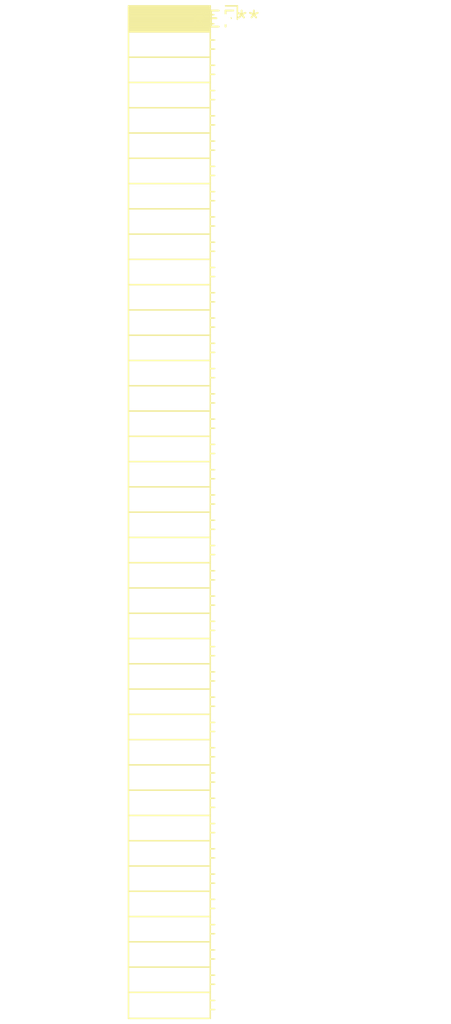
<source format=kicad_pcb>
(kicad_pcb (version 20240108) (generator pcbnew)
  (layers (0 "F.Cu" signal) (31 "B.Cu" signal) (34 "B.Paste" user) (35 "F.Paste" user) (36 "B.SilkS" user "B.Silkscreen") (37 "F.SilkS" user "F.Silkscreen") (38 "B.Mask" user) (39 "F.Mask" user) (44 "Edge.Cuts" user))
  (net 0 "")
  (footprint "PinSocket_1x40_P2.00mm_Horizontal" (layer "F.Cu") (at 0 0)
    (property "Reference" "REF**")
    (property "Value" "PinSocket_1x40_P2.00mm_Horizontal")
    (fp_line (start -7.68 -1.06) (end -7.68 79.06) (layer "F.SilkS") (stroke (width 0.12)))
    (fp_line (start -7.68 -1.06) (end -1.21 -1.06) (layer "F.SilkS") (stroke (width 0.12)))
    (fp_line (start -7.68 -0.94) (end -1.21 -0.94) (layer "F.SilkS") (stroke (width 0.12)))
    (fp_line (start -7.68 -0.825882) (end -1.21 -0.825882) (layer "F.SilkS") (stroke (width 0.12)))
    (fp_line (start -7.68 -0.711764) (end -1.21 -0.711764) (layer "F.SilkS") (stroke (width 0.12)))
    (fp_line (start -7.68 -0.597646) (end -1.21 -0.597646) (layer "F.SilkS") (stroke (width 0.12)))
    (fp_line (start -7.68 -0.483528) (end -1.21 -0.483528) (layer "F.SilkS") (stroke (width 0.12)))
    (fp_line (start -7.68 -0.36941) (end -1.21 -0.36941) (layer "F.SilkS") (stroke (width 0.12)))
    (fp_line (start -7.68 -0.255292) (end -1.21 -0.255292) (layer "F.SilkS") (stroke (width 0.12)))
    (fp_line (start -7.68 -0.141174) (end -1.21 -0.141174) (layer "F.SilkS") (stroke (width 0.12)))
    (fp_line (start -7.68 -0.027056) (end -1.21 -0.027056) (layer "F.SilkS") (stroke (width 0.12)))
    (fp_line (start -7.68 0.087062) (end -1.21 0.087062) (layer "F.SilkS") (stroke (width 0.12)))
    (fp_line (start -7.68 0.20118) (end -1.21 0.20118) (layer "F.SilkS") (stroke (width 0.12)))
    (fp_line (start -7.68 0.315298) (end -1.21 0.315298) (layer "F.SilkS") (stroke (width 0.12)))
    (fp_line (start -7.68 0.429416) (end -1.21 0.429416) (layer "F.SilkS") (stroke (width 0.12)))
    (fp_line (start -7.68 0.543534) (end -1.21 0.543534) (layer "F.SilkS") (stroke (width 0.12)))
    (fp_line (start -7.68 0.657652) (end -1.21 0.657652) (layer "F.SilkS") (stroke (width 0.12)))
    (fp_line (start -7.68 0.77177) (end -1.21 0.77177) (layer "F.SilkS") (stroke (width 0.12)))
    (fp_line (start -7.68 0.885888) (end -1.21 0.885888) (layer "F.SilkS") (stroke (width 0.12)))
    (fp_line (start -7.68 1) (end -1.21 1) (layer "F.SilkS") (stroke (width 0.12)))
    (fp_line (start -7.68 3) (end -1.21 3) (layer "F.SilkS") (stroke (width 0.12)))
    (fp_line (start -7.68 5) (end -1.21 5) (layer "F.SilkS") (stroke (width 0.12)))
    (fp_line (start -7.68 7) (end -1.21 7) (layer "F.SilkS") (stroke (width 0.12)))
    (fp_line (start -7.68 9) (end -1.21 9) (layer "F.SilkS") (stroke (width 0.12)))
    (fp_line (start -7.68 11) (end -1.21 11) (layer "F.SilkS") (stroke (width 0.12)))
    (fp_line (start -7.68 13) (end -1.21 13) (layer "F.SilkS") (stroke (width 0.12)))
    (fp_line (start -7.68 15) (end -1.21 15) (layer "F.SilkS") (stroke (width 0.12)))
    (fp_line (start -7.68 17) (end -1.21 17) (layer "F.SilkS") (stroke (width 0.12)))
    (fp_line (start -7.68 19) (end -1.21 19) (layer "F.SilkS") (stroke (width 0.12)))
    (fp_line (start -7.68 21) (end -1.21 21) (layer "F.SilkS") (stroke (width 0.12)))
    (fp_line (start -7.68 23) (end -1.21 23) (layer "F.SilkS") (stroke (width 0.12)))
    (fp_line (start -7.68 25) (end -1.21 25) (layer "F.SilkS") (stroke (width 0.12)))
    (fp_line (start -7.68 27) (end -1.21 27) (layer "F.SilkS") (stroke (width 0.12)))
    (fp_line (start -7.68 29) (end -1.21 29) (layer "F.SilkS") (stroke (width 0.12)))
    (fp_line (start -7.68 31) (end -1.21 31) (layer "F.SilkS") (stroke (width 0.12)))
    (fp_line (start -7.68 33) (end -1.21 33) (layer "F.SilkS") (stroke (width 0.12)))
    (fp_line (start -7.68 35) (end -1.21 35) (layer "F.SilkS") (stroke (width 0.12)))
    (fp_line (start -7.68 37) (end -1.21 37) (layer "F.SilkS") (stroke (width 0.12)))
    (fp_line (start -7.68 39) (end -1.21 39) (layer "F.SilkS") (stroke (width 0.12)))
    (fp_line (start -7.68 41) (end -1.21 41) (layer "F.SilkS") (stroke (width 0.12)))
    (fp_line (start -7.68 43) (end -1.21 43) (layer "F.SilkS") (stroke (width 0.12)))
    (fp_line (start -7.68 45) (end -1.21 45) (layer "F.SilkS") (stroke (width 0.12)))
    (fp_line (start -7.68 47) (end -1.21 47) (layer "F.SilkS") (stroke (width 0.12)))
    (fp_line (start -7.68 49) (end -1.21 49) (layer "F.SilkS") (stroke (width 0.12)))
    (fp_line (start -7.68 51) (end -1.21 51) (layer "F.SilkS") (stroke (width 0.12)))
    (fp_line (start -7.68 53) (end -1.21 53) (layer "F.SilkS") (stroke (width 0.12)))
    (fp_line (start -7.68 55) (end -1.21 55) (layer "F.SilkS") (stroke (width 0.12)))
    (fp_line (start -7.68 57) (end -1.21 57) (layer "F.SilkS") (stroke (width 0.12)))
    (fp_line (start -7.68 59) (end -1.21 59) (layer "F.SilkS") (stroke (width 0.12)))
    (fp_line (start -7.68 61) (end -1.21 61) (layer "F.SilkS") (stroke (width 0.12)))
    (fp_line (start -7.68 63) (end -1.21 63) (layer "F.SilkS") (stroke (width 0.12)))
    (fp_line (start -7.68 65) (end -1.21 65) (layer "F.SilkS") (stroke (width 0.12)))
    (fp_line (start -7.68 67) (end -1.21 67) (layer "F.SilkS") (stroke (width 0.12)))
    (fp_line (start -7.68 69) (end -1.21 69) (layer "F.SilkS") (stroke (width 0.12)))
    (fp_line (start -7.68 71) (end -1.21 71) (layer "F.SilkS") (stroke (width 0.12)))
    (fp_line (start -7.68 73) (end -1.21 73) (layer "F.SilkS") (stroke (width 0.12)))
    (fp_line (start -7.68 75) (end -1.21 75) (layer "F.SilkS") (stroke (width 0.12)))
    (fp_line (start -7.68 77) (end -1.21 77) (layer "F.SilkS") (stroke (width 0.12)))
    (fp_line (start -7.68 79.06) (end -1.21 79.06) (layer "F.SilkS") (stroke (width 0.12)))
    (fp_line (start -1.21 -1.06) (end -1.21 79.06) (layer "F.SilkS") (stroke (width 0.12)))
    (fp_line (start -1.21 -0.36) (end -0.935 -0.36) (layer "F.SilkS") (stroke (width 0.12)))
    (fp_line (start -1.21 0.36) (end -0.935 0.36) (layer "F.SilkS") (stroke (width 0.12)))
    (fp_line (start -1.21 1.64) (end -0.862917 1.64) (layer "F.SilkS") (stroke (width 0.12)))
    (fp_line (start -1.21 2.36) (end -0.862917 2.36) (layer "F.SilkS") (stroke (width 0.12)))
    (fp_line (start -1.21 3.64) (end -0.862917 3.64) (layer "F.SilkS") (stroke (width 0.12)))
    (fp_line (start -1.21 4.36) (end -0.862917 4.36) (layer "F.SilkS") (stroke (width 0.12)))
    (fp_line (start -1.21 5.64) (end -0.862917 5.64) (layer "F.SilkS") (stroke (width 0.12)))
    (fp_line (start -1.21 6.36) (end -0.862917 6.36) (layer "F.SilkS") (stroke (width 0.12)))
    (fp_line (start -1.21 7.64) (end -0.862917 7.64) (layer "F.SilkS") (stroke (width 0.12)))
    (fp_line (start -1.21 8.36) (end -0.862917 8.36) (layer "F.SilkS") (stroke (width 0.12)))
    (fp_line (start -1.21 9.64) (end -0.862917 9.64) (layer "F.SilkS") (stroke (width 0.12)))
    (fp_line (start -1.21 10.36) (end -0.862917 10.36) (layer "F.SilkS") (stroke (width 0.12)))
    (fp_line (start -1.21 11.64) (end -0.862917 11.64) (layer "F.SilkS") (stroke (width 0.12)))
    (fp_line (start -1.21 12.36) (end -0.862917 12.36) (layer "F.SilkS") (stroke (width 0.12)))
    (fp_line (start -1.21 13.64) (end -0.862917 13.64) (layer "F.SilkS") (stroke (width 0.12)))
    (fp_line (start -1.21 14.36) (end -0.862917 14.36) (layer "F.SilkS") (stroke (width 0.12)))
    (fp_line (start -1.21 15.64) (end -0.862917 15.64) (layer "F.SilkS") (stroke (width 0.12)))
    (fp_line (start -1.21 16.36) (end -0.862917 16.36) (layer "F.SilkS") (stroke (width 0.12)))
    (fp_line (start -1.21 17.64) (end -0.862917 17.64) (layer "F.SilkS") (stroke (width 0.12)))
    (fp_line (start -1.21 18.36) (end -0.862917 18.36) (layer "F.SilkS") (stroke (width 0.12)))
    (fp_line (start -1.21 19.64) (end -0.862917 19.64) (layer "F.SilkS") (stroke (width 0.12)))
    (fp_line (start -1.21 20.36) (end -0.862917 20.36) (layer "F.SilkS") (stroke (width 0.12)))
    (fp_line (start -1.21 21.64) (end -0.862917 21.64) (layer "F.SilkS") (stroke (width 0.12)))
    (fp_line (start -1.21 22.36) (end -0.862917 22.36) (layer "F.SilkS") (stroke (width 0.12)))
    (fp_line (start -1.21 23.64) (end -0.862917 23.64) (layer "F.SilkS") (stroke (width 0.12)))
    (fp_line (start -1.21 24.36) (end -0.862917 24.36) (layer "F.SilkS") (stroke (width 0.12)))
    (fp_line (start -1.21 25.64) (end -0.862917 25.64) (layer "F.SilkS") (stroke (width 0.12)))
    (fp_line (start -1.21 26.36) (end -0.862917 26.36) (layer "F.SilkS") (stroke (width 0.12)))
    (fp_line (start -1.21 27.64) (end -0.862917 27.64) (layer "F.SilkS") (stroke (width 0.12)))
    (fp_line (start -1.21 28.36) (end -0.862917 28.36) (layer "F.SilkS") (stroke (width 0.12)))
    (fp_line (start -1.21 29.64) (end -0.862917 29.64) (layer "F.SilkS") (stroke (width 0.12)))
    (fp_line (start -1.21 30.36) (end -0.862917 30.36) (layer "F.SilkS") (stroke (width 0.12)))
    (fp_line (start -1.21 31.64) (end -0.862917 31.64) (layer "F.SilkS") (stroke (width 0.12)))
    (fp_line (start -1.21 32.36) (end -0.862917 32.36) (layer "F.SilkS") (stroke (width 0.12)))
    (fp_line (start -1.21 33.64) (end -0.862917 33.64) (layer "F.SilkS") (stroke (width 0.12)))
    (fp_line (start -1.21 34.36) (end -0.862917 34.36) (layer "F.SilkS") (stroke (width 0.12)))
    (fp_line (start -1.21 35.64) (end -0.862917 35.64) (layer "F.SilkS") (stroke (width 0.12)))
    (fp_line (start -1.21 36.36) (end -0.862917 36.36) (layer "F.SilkS") (stroke (width 0.12)))
    (fp_line (start -1.21 37.64) (end -0.862917 37.64) (layer "F.SilkS") (stroke (width 0.12)))
    (fp_line (start -1.21 38.36) (end -0.862917 38.36) (layer "F.SilkS") (stroke (width 0.12)))
    (fp_line (start -1.21 39.64) (end -0.862917 39.64) (layer "F.SilkS") (stroke (width 0.12)))
    (fp_line (start -1.21 40.36) (end -0.862917 40.36) (layer "F.SilkS") (stroke (width 0.12)))
    (fp_line (start -1.21 41.64) (end -0.862917 41.64) (layer "F.SilkS") (stroke (width 0.12)))
    (fp_line (start -1.21 42.36) (end -0.862917 42.36) (layer "F.SilkS") (stroke (width 0.12)))
    (fp_line (start -1.21 43.64) (end -0.862917 43.64) (layer "F.SilkS") (stroke (width 0.12)))
    (fp_line (start -1.21 44.36) (end -0.862917 44.36) (layer "F.SilkS") (stroke (width 0.12)))
    (fp_line (start -1.21 45.64) (end -0.862917 45.64) (layer "F.SilkS") (stroke (width 0.12)))
    (fp_line (start -1.21 46.36) (end -0.862917 46.36) (layer "F.SilkS") (stroke (width 0.12)))
    (fp_line (start -1.21 47.64) (end -0.862917 47.64) (layer "F.SilkS") (stroke (width 0.12)))
    (fp_line (start -1.21 48.36) (end -0.862917 48.36) (layer "F.SilkS") (stroke (width 0.12)))
    (fp_line (start -1.21 49.64) (end -0.862917 49.64) (layer "F.SilkS") (stroke (width 0.12)))
    (fp_line (start -1.21 50.36) (end -0.862917 50.36) (layer "F.SilkS") (stroke (width 0.12)))
    (fp_line (start -1.21 51.64) (end -0.862917 51.64) (layer "F.SilkS") (stroke (width 0.12)))
    (fp_line (start -1.21 52.36) (end -0.862917 52.36) (layer "F.SilkS") (stroke (width 0.12)))
    (fp_line (start -1.21 53.64) (end -0.862917 53.64) (layer "F.SilkS") (stroke (width 0.12)))
    (fp_line (start -1.21 54.36) (end -0.862917 54.36) (layer "F.SilkS") (stroke (width 0.12)))
    (fp_line (start -1.21 55.64) (end -0.862917 55.64) (layer "F.SilkS") (stroke (width 0.12)))
    (fp_line (start -1.21 56.36) (end -0.862917 56.36) (layer "F.SilkS") (stroke (width 0.12)))
    (fp_line (start -1.21 57.64) (end -0.862917 57.64) (layer "F.SilkS") (stroke (width 0.12)))
    (fp_line (start -1.21 58.36) (end -0.862917 58.36) (layer "F.SilkS") (stroke (width 0.12)))
    (fp_line (start -1.21 59.64) (end -0.862917 59.64) (layer "F.SilkS") (stroke (width 0.12)))
    (fp_line (start -1.21 60.36) (end -0.862917 60.36) (layer "F.SilkS") (stroke (width 0.12)))
    (fp_line (start -1.21 61.64) (end -0.862917 61.64) (layer "F.SilkS") (stroke (width 0.12)))
    (fp_line (start -1.21 62.36) (end -0.862917 62.36) (layer "F.SilkS") (stroke (width 0.12)))
    (fp_line (start -1.21 63.64) (end -0.862917 63.64) (layer "F.SilkS") (stroke (width 0.12)))
    (fp_line (start -1.21 64.36) (end -0.862917 64.36) (layer "F.SilkS") (stroke (width 0.12)))
    (fp_line (start -1.21 65.64) (end -0.862917 65.64) (layer "F.SilkS") (stroke (width 0.12)))
    (fp_line (start -1.21 66.36) (end -0.862917 66.36) (layer "F.SilkS") (stroke (width 0.12)))
    (fp_line (start -1.21 67.64) (end -0.862917 67.64) (layer "F.SilkS") (stroke (width 0.12)))
    (fp_line (start -1.21 68.36) (end -0.862917 68.36) (layer "F.SilkS") (stroke (width 0.12)))
    (fp_line (start -1.21 69.64) (end -0.862917 69.64) (layer "F.SilkS") (stroke (width 0.12)))
    (fp_line (start -1.21 70.36) (end -0.862917 70.36) (layer "F.SilkS") (stroke (width 0.12)))
    (fp_line (start -1.21 71.64) (end -0.862917 71.64) (layer "F.SilkS") (stroke (width 0.12)))
    (fp_line (start -1.21 72.36) (end -0.862917 72.36) (layer "F.SilkS") (stroke (width 0.12)))
    (fp_line (start -1.21 73.64) (end -0.862917 73.64) (layer "F.SilkS") (stroke (width 0.12)))
    (fp_line (start -1.21 74.36) (end -0.862917 74.36) (layer "F.SilkS") (stroke (width 0.12)))
    (fp_line (start -1.21 75.64) (end -0.862917 75.64) (layer "F.SilkS") (stroke (width 0.12)))
    (fp_line (start -1.21 76.36) (end -0.862917 76.36) (layer "F.SilkS") (stroke (width 0.12)))
    (fp_line (start -1.21 77.64) (end -0.862917 77.64) (layer "F.SilkS") (stroke (width 0.12)))
    (fp_line (start -1.21 78.36) (end -0.862917 78.36) (layer "F.SilkS") (stroke (width 0.12)))
    (fp_line (start 0 -1.06) (end 0.935 -1.06) (layer "F.SilkS") (stroke (width 0.12)))
    (fp_line (start 0.935 -1.06) (end 0.935 0) (layer "F.SilkS") (stroke (width 0.12)))
    (pad "1" thru_hole rect (at 0 0) (size 1.35 1.35) (drill 0.8) (layers *.Cu *.Mask) (remove_unused_layers))
    (pad "2" thru_hole oval (at 0 2) (size 1.35 1.35) (drill 0.8) (layers *.Cu *.Mask) (remove_unused_layers))
    (pad "3" thru_hole oval (at 0 4) (size 1.35 1.35) (drill 0.8) (layers *.Cu *.Mask) (remove_unused_layers))
    (pad "4" thru_hole oval (at 0 6) (size 1.35 1.35) (drill 0.8) (layers *.Cu *.Mask) (remove_unused_layers))
    (pad "5" thru_hole oval (at 0 8) (size 1.35 1.35) (drill 0.8) (layers *.Cu *.Mask) (remove_unused_layers))
    (pad "6" thru_hole oval (at 0 10) (size 1.35 1.35) (drill 0.8) (layers *.Cu *.Mask) (remove_unused_layers))
    (pad "7" thru_hole oval (at 0 12) (size 1.35 1.35) (drill 0.8) (layers *.Cu *.Mask) (remove_unused_layers))
    (pad "8" thru_hole oval (at 0 14) (size 1.35 1.35) (drill 0.8) (layers *.Cu *.Mask) (remove_unused_layers))
    (pad "9" thru_hole oval (at 0 16) (size 1.35 1.35) (drill 0.8) (layers *.Cu *.Mask) (remove_unused_layers))
    (pad "10" thru_hole oval (at 0 18) (size 1.35 1.35) (drill 0.8) (layers *.Cu *.Mask) (remove_unused_layers))
    (pad "11" thru_hole oval (at 0 20) (size 1.35 1.35) (drill 0.8) (layers *.Cu *.Mask) (remove_unused_layers))
    (pad "12" thru_hole oval (at 0 22) (size 1.35 1.35) (drill 0.8) (layers *.Cu *.Mask) (remove_unused_layers))
    (pad "13" thru_hole oval (at 0 24) (size 1.35 1.35) (drill 0.8) (layers *.Cu *.Mask) (remove_unused_layers))
    (pad "14" thru_hole oval (at 0 26) (size 1.35 1.35) (drill 0.8) (layers *.Cu *.Mask) (remove_unused_layers))
    (pad "15" thru_hole oval (at 0 28) (size 1.35 1.35) (drill 0.8) (layers *.Cu *.Mask) (remove_unused_layers))
    (pad "16" thru_hole oval (at 0 30) (size 1.35 1.35) (drill 0.8) (layers *.Cu *.Mask) (remove_unused_layers))
    (pad "17" thru_hole oval (at 0 32) (size 1.35 1.35) (drill 0.8) (layers *.Cu *.Mask) (remove_unused_layers))
    (pad "18" thru_hole oval (at 0 34) (size 1.35 1.35) (drill 0.8) (layers *.Cu *.Mask) (remove_unused_layers))
    (pad "19" thru_hole oval (at 0 36) (size 1.35 1.35) (drill 0.8) (layers *.Cu *.Mask) (remove_unused_layers))
    (pad "20" thru_hole oval (at 0 38) (size 1.35 1.35) (drill 0.8) (layers *.Cu *.Mask) (remove_unused_layers))
    (pad "21" thru_hole oval (at 0 40) (size 1.35 1.35) (drill 0.8) (layers *.Cu *.Mask) (remove_unused_layers))
    (pad "22" thru_hole oval (at 0 42) (size 1.35 1.35) (drill 0.8) (layers *.Cu *.Mask) (remove_unused_layers))
    (pad "23" thru_hole oval (at 0 44) (size 1.35 1.35) (drill 0.8) (layers *.Cu *.Mask) (remove_unused_layers))
    (pad "24" thru_hole oval (at 0 46) (size 1.35 1.35) (drill 0.8) (layers *.Cu *.Mask) (remove_unused_layers))
    (pad "25" thru_hole oval (at 0 48) (size 1.35 1.35) (drill 0.8) (layers *.Cu *.Mask) (remove_unused_layers))
    (pad "26" thru_hole oval (at 0 50) (size 1.35 1.35) (drill 0.8) (layers *.Cu *.Mask) (remove_unused_layers))
    (pad "27" thru_hole oval (at 0 52) (size 1.35 1.35) (drill 0.8) (layers *.Cu *.Mask) (remove_unused_layers))
    (pad "28" thru_hole oval (at 0 54) (size 1.35 1.35) (drill 0.8) (layers *.Cu *.Mask) (remove_unused_layers))
    (pad "29" thru_hole oval (at 0 56) (size 1.35 1.35) (drill 0.8) (layers *.Cu *.Mask) (remove_unused_layers))
    (pad "30" thru_hole oval (at 0 58) (size 1.35 1.35) (drill 0.8) (layers *.Cu *.Mask) (remove_unused_layers))
    (pad "31" thru_hole oval (at 0 60) (size 1.35 1.35) (drill 0.8) (layers *.Cu *.Mask) (remove_unused_layers))
    (pad "32" thru_hole oval (at 0 62) (size 1.35 1.35) (drill 0.8) (layers *.Cu *.Mask) (remove_unused_layers))
    (pad "33" thru_hole oval (at 0 64) (size 1.35 1.35) (drill 0.8) (layers *.Cu *.Mask) (remove_unused_layers))
    (pad "34" thru_hole oval (at 0 66) (size 1.35 1.35) (drill 0.8) (layers *.Cu *.Mask) (remove_unused_layers))
    (pad "35" thru_hole oval (at 0 68) (size 1.35 1.35) (drill 0.8) (layers *.Cu *.Mask) (remove_unused_layers))
    (pad "36" thru_hole oval (at 0 70) (size 1.35 1.35) (drill 0.8) (layers *.Cu *.Mask) (remove_unused_layers))
    (pad "37" thru_hole oval (at 0 72) (size 1.35 1.35) (drill 0.8) (layers *.Cu *.Mask) (remove_unused_layers))
    (pad "38" thru_hole oval (at 0 74) (size 1.35 1.35) (drill 0.8) (layers *.Cu *.Mask) (remove_unused_layers))
    (pad "39" thru_hole oval (at 0 76) (size 1.35 1.35) (drill 0.8) (layers *.Cu *.Mask) (remove_unused_layers))
    (pad "40" thru_hole oval (at 0 78) (size 1.35 1.35) (drill 0.8) (layers *.Cu *.Mask) (remove_unused_layers))
  )
)
</source>
